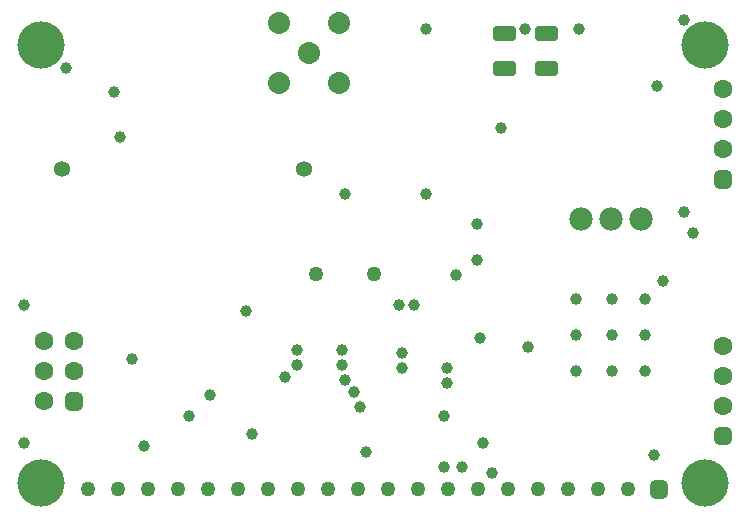
<source format=gbr>
G04 Generated by Ultiboard 13.0 *
%FSLAX24Y24*%
%MOIN*%

%ADD10C,0.0001*%
%ADD11C,0.15748*%
%ADD12C,0.0394*%
%ADD13C,0.0500*%
%ADD14R,0.0250X0.0250*%
%ADD15C,0.0350*%
%ADD16C,0.0633*%
%ADD17R,0.0208X0.0208*%
%ADD18C,0.0392*%
%ADD19R,0.0550X0.0250*%
%ADD20C,0.0233*%
%ADD21C,0.0735*%
%ADD22C,0.0534*%
%ADD23C,0.0783*%


G04 ColorRGB 9900CC for the following layer *
%LNSolder Mask Bottom*%
%LPD*%
G54D10*
G54D11*
X1378Y15787D03*
X23504Y15787D03*
X1378Y1181D03*
X23504Y1181D03*
G54D12*
X13800Y7100D03*
X13400Y5000D03*
X13400Y5500D03*
X14900Y5000D03*
X4400Y5300D03*
X16400Y1500D03*
X9900Y5100D03*
X9900Y5600D03*
X4000Y12700D03*
X3800Y14200D03*
X14800Y3400D03*
X14900Y4500D03*
X9500Y4700D03*
X16700Y13000D03*
X19300Y16300D03*
X22100Y7900D03*
X21900Y14400D03*
X22800Y10200D03*
X11800Y4200D03*
X11400Y5600D03*
X11400Y5100D03*
X11500Y4600D03*
X7000Y4100D03*
X12000Y3700D03*
X13300Y7100D03*
X15200Y8100D03*
X16100Y2500D03*
X14800Y1700D03*
X15400Y1700D03*
X12200Y2200D03*
X21800Y2100D03*
X14200Y16300D03*
X17500Y16300D03*
X14200Y10800D03*
X23100Y9500D03*
X20400Y6100D03*
X17600Y5700D03*
X16000Y6000D03*
X15900Y9800D03*
X15900Y8600D03*
X8400Y2800D03*
X4800Y2400D03*
X6300Y3400D03*
X800Y7100D03*
X800Y2500D03*
X11500Y10800D03*
X2200Y15000D03*
X8200Y6900D03*
X20400Y4900D03*
X19200Y7300D03*
X21500Y7300D03*
X20400Y7300D03*
X19200Y6100D03*
X21500Y6100D03*
X21500Y4900D03*
X19200Y4900D03*
X22800Y16600D03*
G54D13*
X10941Y984D03*
X13941Y984D03*
X14941Y984D03*
X20941Y984D03*
X17941Y984D03*
X19941Y984D03*
X18941Y984D03*
X15941Y984D03*
X16941Y984D03*
X12941Y984D03*
X11941Y984D03*
X9941Y984D03*
X8941Y984D03*
X4941Y984D03*
X6941Y984D03*
X7941Y984D03*
X5941Y984D03*
X3941Y984D03*
X2941Y984D03*
X12450Y8150D03*
X10533Y8150D03*
G54D14*
X21941Y984D03*
G54D15*
X21816Y859D02*
X22066Y859D01*
X22066Y1109D01*
X21816Y1109D01*
X21816Y859D01*D02*
G54D16*
X24100Y13300D03*
X24100Y12300D03*
X24100Y14300D03*
X2450Y4900D03*
X1450Y3900D03*
X2450Y5900D03*
X1450Y4900D03*
X1450Y5900D03*
X24100Y4750D03*
X24100Y3750D03*
X24100Y5750D03*
G54D17*
X24100Y11300D03*
X2450Y3900D03*
X24100Y2750D03*
G54D18*
X23996Y11196D02*
X24204Y11196D01*
X24204Y11404D01*
X23996Y11404D01*
X23996Y11196D01*D02*
X2346Y3796D02*
X2554Y3796D01*
X2554Y4004D01*
X2346Y4004D01*
X2346Y3796D01*D02*
X23996Y2646D02*
X24204Y2646D01*
X24204Y2854D01*
X23996Y2854D01*
X23996Y2646D01*D02*
G54D19*
X16800Y15017D03*
X16800Y16183D03*
X18200Y15017D03*
X18200Y16183D03*
G54D20*
X16525Y14892D02*
X17075Y14892D01*
X17075Y15142D01*
X16525Y15142D01*
X16525Y14892D01*D02*
X16525Y16058D02*
X17075Y16058D01*
X17075Y16308D01*
X16525Y16308D01*
X16525Y16058D01*D02*
X17925Y14892D02*
X18475Y14892D01*
X18475Y15142D01*
X17925Y15142D01*
X17925Y14892D01*D02*
X17925Y16058D02*
X18475Y16058D01*
X18475Y16308D01*
X17925Y16308D01*
X17925Y16058D01*D02*
G54D21*
X10300Y15500D03*
X9300Y16500D03*
X11300Y16500D03*
X9300Y14500D03*
X11300Y14500D03*
G54D22*
X2065Y11650D03*
X10135Y11650D03*
G54D23*
X20360Y9968D03*
X19360Y9968D03*
X21360Y9968D03*

M02*

</source>
